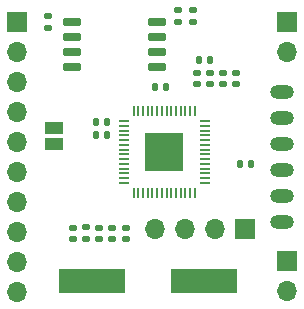
<source format=gbr>
%TF.GenerationSoftware,KiCad,Pcbnew,(6.0.10)*%
%TF.CreationDate,2023-02-13T21:08:55-05:00*%
%TF.ProjectId,module_board,6d6f6475-6c65-45f6-926f-6172642e6b69,rev?*%
%TF.SameCoordinates,Original*%
%TF.FileFunction,Soldermask,Top*%
%TF.FilePolarity,Negative*%
%FSLAX46Y46*%
G04 Gerber Fmt 4.6, Leading zero omitted, Abs format (unit mm)*
G04 Created by KiCad (PCBNEW (6.0.10)) date 2023-02-13 21:08:55*
%MOMM*%
%LPD*%
G01*
G04 APERTURE LIST*
G04 Aperture macros list*
%AMRoundRect*
0 Rectangle with rounded corners*
0 $1 Rounding radius*
0 $2 $3 $4 $5 $6 $7 $8 $9 X,Y pos of 4 corners*
0 Add a 4 corners polygon primitive as box body*
4,1,4,$2,$3,$4,$5,$6,$7,$8,$9,$2,$3,0*
0 Add four circle primitives for the rounded corners*
1,1,$1+$1,$2,$3*
1,1,$1+$1,$4,$5*
1,1,$1+$1,$6,$7*
1,1,$1+$1,$8,$9*
0 Add four rect primitives between the rounded corners*
20,1,$1+$1,$2,$3,$4,$5,0*
20,1,$1+$1,$4,$5,$6,$7,0*
20,1,$1+$1,$6,$7,$8,$9,0*
20,1,$1+$1,$8,$9,$2,$3,0*%
G04 Aperture macros list end*
%ADD10R,1.700000X1.700000*%
%ADD11O,1.700000X1.700000*%
%ADD12RoundRect,0.140000X-0.170000X0.140000X-0.170000X-0.140000X0.170000X-0.140000X0.170000X0.140000X0*%
%ADD13RoundRect,0.140000X0.170000X-0.140000X0.170000X0.140000X-0.170000X0.140000X-0.170000X-0.140000X0*%
%ADD14RoundRect,0.140000X-0.140000X-0.170000X0.140000X-0.170000X0.140000X0.170000X-0.140000X0.170000X0*%
%ADD15RoundRect,0.135000X0.185000X-0.135000X0.185000X0.135000X-0.185000X0.135000X-0.185000X-0.135000X0*%
%ADD16RoundRect,0.140000X0.140000X0.170000X-0.140000X0.170000X-0.140000X-0.170000X0.140000X-0.170000X0*%
%ADD17R,5.600000X2.100000*%
%ADD18RoundRect,0.135000X-0.185000X0.135000X-0.185000X-0.135000X0.185000X-0.135000X0.185000X0.135000X0*%
%ADD19RoundRect,0.050000X-0.387500X-0.050000X0.387500X-0.050000X0.387500X0.050000X-0.387500X0.050000X0*%
%ADD20RoundRect,0.050000X-0.050000X-0.387500X0.050000X-0.387500X0.050000X0.387500X-0.050000X0.387500X0*%
%ADD21R,3.200000X3.200000*%
%ADD22O,2.000000X1.200000*%
%ADD23RoundRect,0.150000X-0.650000X-0.150000X0.650000X-0.150000X0.650000X0.150000X-0.650000X0.150000X0*%
%ADD24R,1.500000X1.000000*%
G04 APERTURE END LIST*
D10*
%TO.C,J1*%
X167800000Y-96100000D03*
D11*
X165260000Y-96100000D03*
X162720000Y-96100000D03*
X160180000Y-96100000D03*
%TD*%
D12*
%TO.C,C9*%
X155500000Y-96020000D03*
X155500000Y-96980000D03*
%TD*%
D13*
%TO.C,C4*%
X166000000Y-83880000D03*
X166000000Y-82920000D03*
%TD*%
%TO.C,C5*%
X163800000Y-83880000D03*
X163800000Y-82920000D03*
%TD*%
D10*
%TO.C,J10*%
X171420000Y-78570000D03*
D11*
X171420000Y-81110000D03*
%TD*%
D12*
%TO.C,C8*%
X153300000Y-96020000D03*
X153300000Y-96980000D03*
%TD*%
D14*
%TO.C,C6*%
X163920000Y-81800000D03*
X164880000Y-81800000D03*
%TD*%
D15*
%TO.C,R3*%
X154400000Y-97010000D03*
X154400000Y-95990000D03*
%TD*%
D13*
%TO.C,C14*%
X163400000Y-78580000D03*
X163400000Y-77620000D03*
%TD*%
D10*
%TO.C,J2*%
X148560000Y-78570000D03*
D11*
X148560000Y-81110000D03*
X148560000Y-83650000D03*
X148560000Y-86190000D03*
X148560000Y-88730000D03*
X148560000Y-91270000D03*
X148560000Y-93810000D03*
X148560000Y-96350000D03*
X148560000Y-98890000D03*
X148560000Y-101430000D03*
%TD*%
D13*
%TO.C,C13*%
X167100000Y-83880000D03*
X167100000Y-82920000D03*
%TD*%
D12*
%TO.C,C12*%
X156600000Y-96020000D03*
X156600000Y-96980000D03*
%TD*%
D10*
%TO.C,J9*%
X171420000Y-98880000D03*
D11*
X171420000Y-101420000D03*
%TD*%
D12*
%TO.C,C3*%
X164900000Y-82920000D03*
X164900000Y-83880000D03*
%TD*%
D16*
%TO.C,C10*%
X156180000Y-88200000D03*
X155220000Y-88200000D03*
%TD*%
D14*
%TO.C,C11*%
X167400000Y-90606250D03*
X168360000Y-90606250D03*
%TD*%
D17*
%TO.C,Y1*%
X164400000Y-100550000D03*
X154900000Y-100550000D03*
%TD*%
D12*
%TO.C,C2*%
X157750000Y-96020000D03*
X157750000Y-96980000D03*
%TD*%
D15*
%TO.C,R1*%
X151200000Y-79110000D03*
X151200000Y-78090000D03*
%TD*%
D18*
%TO.C,R2*%
X162200000Y-77590000D03*
X162200000Y-78610000D03*
%TD*%
D19*
%TO.C,U1*%
X157562500Y-87012500D03*
X157562500Y-87412500D03*
X157562500Y-87812500D03*
X157562500Y-88212500D03*
X157562500Y-88612500D03*
X157562500Y-89012500D03*
X157562500Y-89412500D03*
X157562500Y-89812500D03*
X157562500Y-90212500D03*
X157562500Y-90612500D03*
X157562500Y-91012500D03*
X157562500Y-91412500D03*
X157562500Y-91812500D03*
X157562500Y-92212500D03*
D20*
X158400000Y-93050000D03*
X158800000Y-93050000D03*
X159200000Y-93050000D03*
X159600000Y-93050000D03*
X160000000Y-93050000D03*
X160400000Y-93050000D03*
X160800000Y-93050000D03*
X161200000Y-93050000D03*
X161600000Y-93050000D03*
X162000000Y-93050000D03*
X162400000Y-93050000D03*
X162800000Y-93050000D03*
X163200000Y-93050000D03*
X163600000Y-93050000D03*
D19*
X164437500Y-92212500D03*
X164437500Y-91812500D03*
X164437500Y-91412500D03*
X164437500Y-91012500D03*
X164437500Y-90612500D03*
X164437500Y-90212500D03*
X164437500Y-89812500D03*
X164437500Y-89412500D03*
X164437500Y-89012500D03*
X164437500Y-88612500D03*
X164437500Y-88212500D03*
X164437500Y-87812500D03*
X164437500Y-87412500D03*
X164437500Y-87012500D03*
D20*
X163600000Y-86175000D03*
X163200000Y-86175000D03*
X162800000Y-86175000D03*
X162400000Y-86175000D03*
X162000000Y-86175000D03*
X161600000Y-86175000D03*
X161200000Y-86175000D03*
X160800000Y-86175000D03*
X160400000Y-86175000D03*
X160000000Y-86175000D03*
X159600000Y-86175000D03*
X159200000Y-86175000D03*
X158800000Y-86175000D03*
X158400000Y-86175000D03*
D21*
X161000000Y-89612500D03*
%TD*%
D22*
%TO.C,J5*%
X171000000Y-84500000D03*
X171000000Y-86700000D03*
X171000000Y-88900000D03*
X171000000Y-91100000D03*
X171000000Y-93300000D03*
X171000000Y-95500000D03*
%TD*%
D14*
%TO.C,C1*%
X160220000Y-84100000D03*
X161180000Y-84100000D03*
%TD*%
D23*
%TO.C,U2*%
X153200000Y-78595000D03*
X153200000Y-79865000D03*
X153200000Y-81135000D03*
X153200000Y-82405000D03*
X160400000Y-82405000D03*
X160400000Y-81135000D03*
X160400000Y-79865000D03*
X160400000Y-78595000D03*
%TD*%
D24*
%TO.C,JP1*%
X151700000Y-87600000D03*
X151700000Y-88900000D03*
%TD*%
D16*
%TO.C,C7*%
X156180000Y-87050000D03*
X155220000Y-87050000D03*
%TD*%
M02*

</source>
